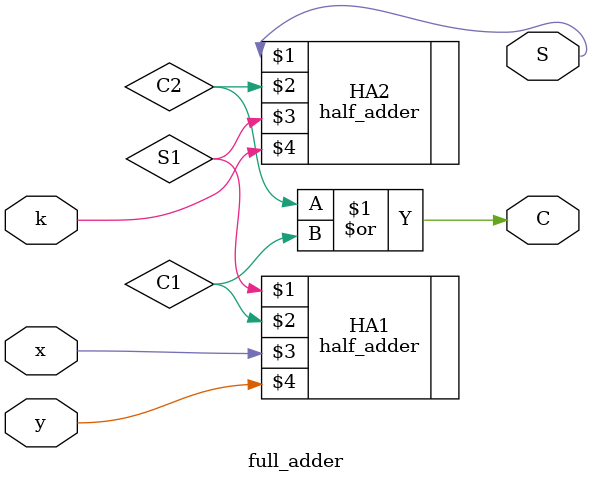
<source format=v>
module full_adder(output S, C, input x, y, k);
wire S1, C1, C2;

half_adder HA1(S1, C1, x, y);
half_adder HA2(S, C2, S1, k);
or G0(C, C2, C1);
endmodule
</source>
